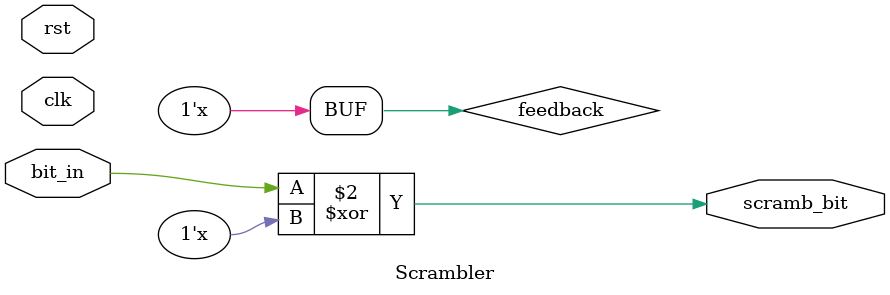
<source format=v>
/* 
And before going on the the encoder which is the first sub-block: 
We need to add redundancy to the transmitted signal to improve its reliability and resistance to noise and interference.
*/
// And this is where Scrambler comes in.
/*
the Scrambler takes the data bits that are to be transmitted and scrambles them using a 
pseudorandom sequence generator before procceding further.
*/
//The Scrambler adds 127-bit sequence to the actual data.
//And here is the design............
//The Scrambler is used to randomize the data before it is transmitted
module Scrambler(input clk, input rst,  input bit_in, output scramb_bit);

	reg [6:0] state;
	wire feedback;
	assign feedback = (state_out[6] ^ state_out[3]);
	assign scramb_bit =  (bit_in ^ feedback);

	always @(posedge clk)
	begin
		if (rst == 1'b1) 
			state_out <=  7'b1010000;  // The initial state.
		else
			state_out <= {state[6], state[5], state[4],state[3], state[2], state[1],feedback};
	end
endmodule
</source>
